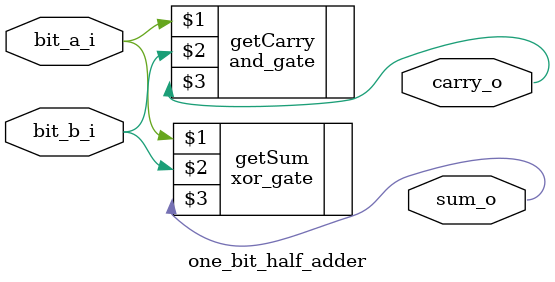
<source format=sv>
/* 
 *
 *
 * @file  one_bit_half_adder.sv
 * @autor Luis Arturo Mora Granados
 * @date  14/09/2018
 */

module one_bit_half_adder
	(input logic bit_a_i, bit_b_i,
	output logic sum_o, carry_o);
	
	xor_gate #(1) getSum (bit_a_i, bit_b_i, sum_o);
	and_gate #(1) getCarry (bit_a_i, bit_b_i, carry_o);
	
endmodule

</source>
